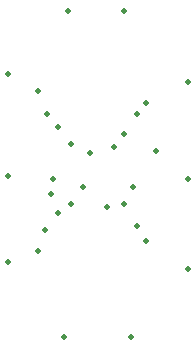
<source format=gbr>
%TF.GenerationSoftware,Novarm,DipTrace,3.3.0.1*%
%TF.CreationDate,2018-11-14T10:23:08-08:00*%
%FSLAX26Y26*%
%MOIN*%
%TF.FileFunction,Plated,1,2,PTH,Drill*%
%TF.Part,Single*%
%TA.AperFunction,ViaDrill*%
%ADD21C,0.019121*%
G75*
G01*
D21*
X1068700Y681200D3*
Y1306200D3*
Y981200D3*
X468700Y1331200D3*
Y993700D3*
Y706200D3*
X668700Y1543700D3*
X856200D3*
X656200Y456200D3*
X881200D3*
X681200Y1099949D3*
Y899951D3*
X931200Y1236515D3*
Y774951D3*
X962451Y1074951D3*
X718700Y956692D3*
X599951Y1199951D3*
X593700Y812449D3*
X637449Y1156200D3*
X637451Y868700D3*
X618700Y981200D3*
X568721Y1274948D3*
Y743754D3*
X743700Y1068700D3*
X824949Y1087451D3*
X799949Y887449D3*
X856200Y1131200D3*
Y899951D3*
X899949Y1199951D3*
Y824949D3*
X887985Y956200D3*
X612449Y931200D3*
M02*

</source>
